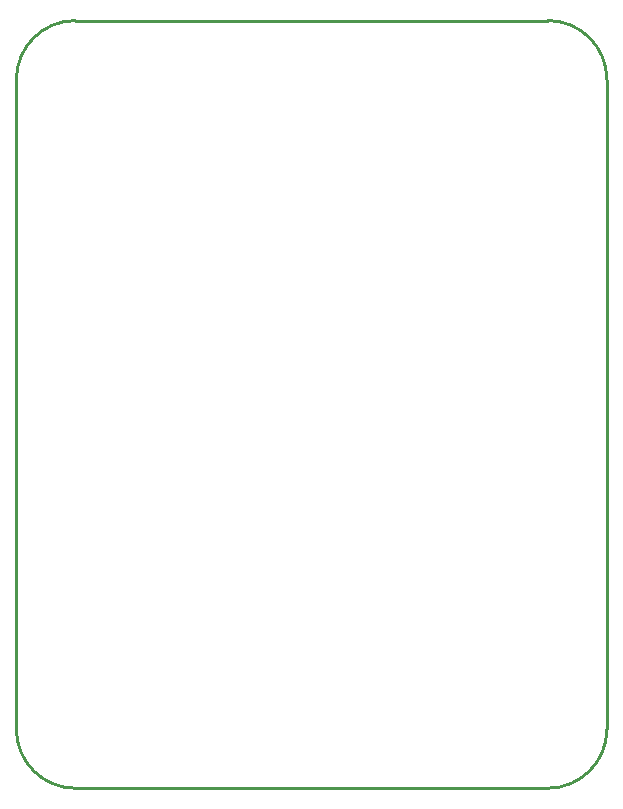
<source format=gko>
G04 Layer: BoardOutlineLayer*
G04 EasyEDA Pro v2.1.59.0ce47373.225d47, 2024-05-24 15:24:34*
G04 Gerber Generator version 0.3*
G04 Scale: 100 percent, Rotated: No, Reflected: No*
G04 Dimensions in millimeters*
G04 Leading zeros omitted, absolute positions, 3 integers and 5 decimals*
%FSLAX35Y35*%
%MOMM*%
%ADD10C,0.254*%
G75*


G04 Rect Start*
G54D10*
G01X-5003800Y5989700D02*
G01X-5003800Y489700D01*
G03X-4503800Y-10300I500000J0D01*
G01X-503800D01*
G03X-3800Y489700I0J500000D01*
G01Y5989700D01*
G03X-503800Y6489700I-500000J0D01*
G01X-4503800D01*
G03X-5003800Y5989700I0J-500000D01*
G04 Rect End*

M02*

</source>
